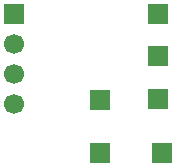
<source format=gbr>
%TF.GenerationSoftware,KiCad,Pcbnew,9.0.1*%
%TF.CreationDate,2025-05-06T14:46:56+03:00*%
%TF.ProjectId,plata_zmk,706c6174-615f-47a6-9d6b-2e6b69636164,rev?*%
%TF.SameCoordinates,Original*%
%TF.FileFunction,Copper,L2,Bot*%
%TF.FilePolarity,Positive*%
%FSLAX46Y46*%
G04 Gerber Fmt 4.6, Leading zero omitted, Abs format (unit mm)*
G04 Created by KiCad (PCBNEW 9.0.1) date 2025-05-06 14:46:56*
%MOMM*%
%LPD*%
G01*
G04 APERTURE LIST*
%TA.AperFunction,ComponentPad*%
%ADD10R,1.700000X1.700000*%
%TD*%
%TA.AperFunction,ComponentPad*%
%ADD11C,1.700000*%
%TD*%
G04 APERTURE END LIST*
D10*
%TO.P,REF\u002A\u002A,1*%
%TO.N,N/C*%
X256500000Y-59300000D03*
%TD*%
%TO.P,REF\u002A\u002A,1*%
%TO.N,N/C*%
X244300000Y-59300000D03*
D11*
%TO.P,REF\u002A\u002A,2*%
X244300000Y-61840000D03*
%TO.P,REF\u002A\u002A,3*%
X244300000Y-64380000D03*
%TO.P,REF\u002A\u002A,4*%
X244300000Y-66920000D03*
%TD*%
D10*
%TO.P,REF\u002A\u002A,1*%
%TO.N,N/C*%
X251600000Y-66600000D03*
%TD*%
%TO.P,REF\u002A\u002A,1*%
%TO.N,N/C*%
X256800000Y-71100000D03*
%TD*%
%TO.P,REF\u002A\u002A,1*%
%TO.N,N/C*%
X251600000Y-71100000D03*
%TD*%
%TO.P,REF\u002A\u002A,1*%
%TO.N,N/C*%
X256500000Y-62900000D03*
%TD*%
%TO.P,REF\u002A\u002A,1*%
%TO.N,N/C*%
X256500000Y-66500000D03*
%TD*%
M02*

</source>
